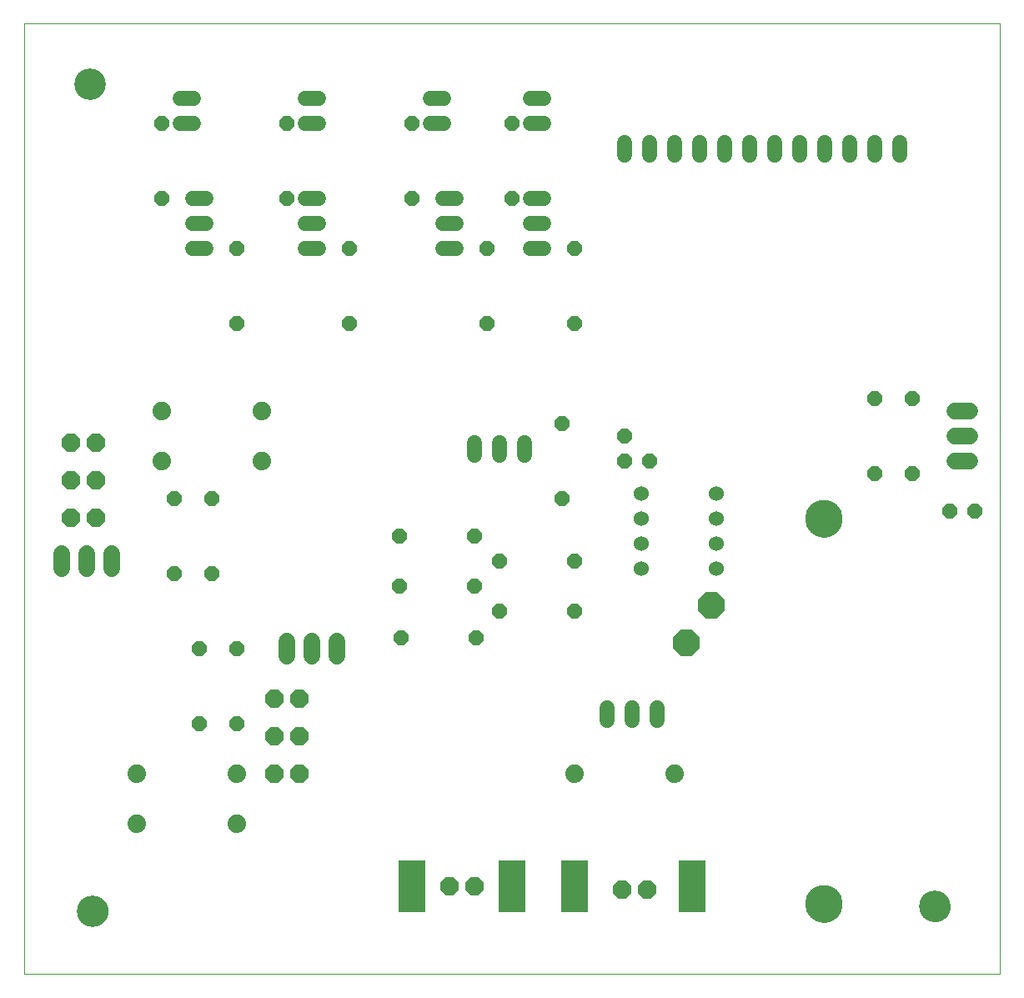
<source format=gts>
G75*
%MOIN*%
%OFA0B0*%
%FSLAX25Y25*%
%IPPOS*%
%LPD*%
%AMOC8*
5,1,8,0,0,1.08239X$1,22.5*
%
%ADD10C,0.00000*%
%ADD11OC8,0.06000*%
%ADD12OC8,0.07100*%
%ADD13C,0.06000*%
%ADD14C,0.07400*%
%ADD15C,0.06800*%
%ADD16R,0.10800X0.20800*%
%ADD17C,0.06000*%
%ADD18C,0.12611*%
%ADD19OC8,0.10800*%
%ADD20C,0.15000*%
D10*
X0001800Y0001800D02*
X0391800Y0001800D01*
X0391800Y0381800D01*
X0001800Y0381800D01*
X0001800Y0001800D01*
X0023294Y0027100D02*
X0023296Y0027253D01*
X0023302Y0027407D01*
X0023312Y0027560D01*
X0023326Y0027712D01*
X0023344Y0027865D01*
X0023366Y0028016D01*
X0023391Y0028167D01*
X0023421Y0028318D01*
X0023455Y0028468D01*
X0023492Y0028616D01*
X0023533Y0028764D01*
X0023578Y0028910D01*
X0023627Y0029056D01*
X0023680Y0029200D01*
X0023736Y0029342D01*
X0023796Y0029483D01*
X0023860Y0029623D01*
X0023927Y0029761D01*
X0023998Y0029897D01*
X0024073Y0030031D01*
X0024150Y0030163D01*
X0024232Y0030293D01*
X0024316Y0030421D01*
X0024404Y0030547D01*
X0024495Y0030670D01*
X0024589Y0030791D01*
X0024687Y0030909D01*
X0024787Y0031025D01*
X0024891Y0031138D01*
X0024997Y0031249D01*
X0025106Y0031357D01*
X0025218Y0031462D01*
X0025332Y0031563D01*
X0025450Y0031662D01*
X0025569Y0031758D01*
X0025691Y0031851D01*
X0025816Y0031940D01*
X0025943Y0032027D01*
X0026072Y0032109D01*
X0026203Y0032189D01*
X0026336Y0032265D01*
X0026471Y0032338D01*
X0026608Y0032407D01*
X0026747Y0032472D01*
X0026887Y0032534D01*
X0027029Y0032592D01*
X0027172Y0032647D01*
X0027317Y0032698D01*
X0027463Y0032745D01*
X0027610Y0032788D01*
X0027758Y0032827D01*
X0027907Y0032863D01*
X0028057Y0032894D01*
X0028208Y0032922D01*
X0028359Y0032946D01*
X0028512Y0032966D01*
X0028664Y0032982D01*
X0028817Y0032994D01*
X0028970Y0033002D01*
X0029123Y0033006D01*
X0029277Y0033006D01*
X0029430Y0033002D01*
X0029583Y0032994D01*
X0029736Y0032982D01*
X0029888Y0032966D01*
X0030041Y0032946D01*
X0030192Y0032922D01*
X0030343Y0032894D01*
X0030493Y0032863D01*
X0030642Y0032827D01*
X0030790Y0032788D01*
X0030937Y0032745D01*
X0031083Y0032698D01*
X0031228Y0032647D01*
X0031371Y0032592D01*
X0031513Y0032534D01*
X0031653Y0032472D01*
X0031792Y0032407D01*
X0031929Y0032338D01*
X0032064Y0032265D01*
X0032197Y0032189D01*
X0032328Y0032109D01*
X0032457Y0032027D01*
X0032584Y0031940D01*
X0032709Y0031851D01*
X0032831Y0031758D01*
X0032950Y0031662D01*
X0033068Y0031563D01*
X0033182Y0031462D01*
X0033294Y0031357D01*
X0033403Y0031249D01*
X0033509Y0031138D01*
X0033613Y0031025D01*
X0033713Y0030909D01*
X0033811Y0030791D01*
X0033905Y0030670D01*
X0033996Y0030547D01*
X0034084Y0030421D01*
X0034168Y0030293D01*
X0034250Y0030163D01*
X0034327Y0030031D01*
X0034402Y0029897D01*
X0034473Y0029761D01*
X0034540Y0029623D01*
X0034604Y0029483D01*
X0034664Y0029342D01*
X0034720Y0029200D01*
X0034773Y0029056D01*
X0034822Y0028910D01*
X0034867Y0028764D01*
X0034908Y0028616D01*
X0034945Y0028468D01*
X0034979Y0028318D01*
X0035009Y0028167D01*
X0035034Y0028016D01*
X0035056Y0027865D01*
X0035074Y0027712D01*
X0035088Y0027560D01*
X0035098Y0027407D01*
X0035104Y0027253D01*
X0035106Y0027100D01*
X0035104Y0026947D01*
X0035098Y0026793D01*
X0035088Y0026640D01*
X0035074Y0026488D01*
X0035056Y0026335D01*
X0035034Y0026184D01*
X0035009Y0026033D01*
X0034979Y0025882D01*
X0034945Y0025732D01*
X0034908Y0025584D01*
X0034867Y0025436D01*
X0034822Y0025290D01*
X0034773Y0025144D01*
X0034720Y0025000D01*
X0034664Y0024858D01*
X0034604Y0024717D01*
X0034540Y0024577D01*
X0034473Y0024439D01*
X0034402Y0024303D01*
X0034327Y0024169D01*
X0034250Y0024037D01*
X0034168Y0023907D01*
X0034084Y0023779D01*
X0033996Y0023653D01*
X0033905Y0023530D01*
X0033811Y0023409D01*
X0033713Y0023291D01*
X0033613Y0023175D01*
X0033509Y0023062D01*
X0033403Y0022951D01*
X0033294Y0022843D01*
X0033182Y0022738D01*
X0033068Y0022637D01*
X0032950Y0022538D01*
X0032831Y0022442D01*
X0032709Y0022349D01*
X0032584Y0022260D01*
X0032457Y0022173D01*
X0032328Y0022091D01*
X0032197Y0022011D01*
X0032064Y0021935D01*
X0031929Y0021862D01*
X0031792Y0021793D01*
X0031653Y0021728D01*
X0031513Y0021666D01*
X0031371Y0021608D01*
X0031228Y0021553D01*
X0031083Y0021502D01*
X0030937Y0021455D01*
X0030790Y0021412D01*
X0030642Y0021373D01*
X0030493Y0021337D01*
X0030343Y0021306D01*
X0030192Y0021278D01*
X0030041Y0021254D01*
X0029888Y0021234D01*
X0029736Y0021218D01*
X0029583Y0021206D01*
X0029430Y0021198D01*
X0029277Y0021194D01*
X0029123Y0021194D01*
X0028970Y0021198D01*
X0028817Y0021206D01*
X0028664Y0021218D01*
X0028512Y0021234D01*
X0028359Y0021254D01*
X0028208Y0021278D01*
X0028057Y0021306D01*
X0027907Y0021337D01*
X0027758Y0021373D01*
X0027610Y0021412D01*
X0027463Y0021455D01*
X0027317Y0021502D01*
X0027172Y0021553D01*
X0027029Y0021608D01*
X0026887Y0021666D01*
X0026747Y0021728D01*
X0026608Y0021793D01*
X0026471Y0021862D01*
X0026336Y0021935D01*
X0026203Y0022011D01*
X0026072Y0022091D01*
X0025943Y0022173D01*
X0025816Y0022260D01*
X0025691Y0022349D01*
X0025569Y0022442D01*
X0025450Y0022538D01*
X0025332Y0022637D01*
X0025218Y0022738D01*
X0025106Y0022843D01*
X0024997Y0022951D01*
X0024891Y0023062D01*
X0024787Y0023175D01*
X0024687Y0023291D01*
X0024589Y0023409D01*
X0024495Y0023530D01*
X0024404Y0023653D01*
X0024316Y0023779D01*
X0024232Y0023907D01*
X0024150Y0024037D01*
X0024073Y0024169D01*
X0023998Y0024303D01*
X0023927Y0024439D01*
X0023860Y0024577D01*
X0023796Y0024717D01*
X0023736Y0024858D01*
X0023680Y0025000D01*
X0023627Y0025144D01*
X0023578Y0025290D01*
X0023533Y0025436D01*
X0023492Y0025584D01*
X0023455Y0025732D01*
X0023421Y0025882D01*
X0023391Y0026033D01*
X0023366Y0026184D01*
X0023344Y0026335D01*
X0023326Y0026488D01*
X0023312Y0026640D01*
X0023302Y0026793D01*
X0023296Y0026947D01*
X0023294Y0027100D01*
X0314200Y0029800D02*
X0314202Y0029974D01*
X0314209Y0030148D01*
X0314219Y0030322D01*
X0314234Y0030496D01*
X0314253Y0030669D01*
X0314277Y0030842D01*
X0314305Y0031014D01*
X0314336Y0031185D01*
X0314373Y0031356D01*
X0314413Y0031525D01*
X0314457Y0031694D01*
X0314506Y0031861D01*
X0314558Y0032027D01*
X0314615Y0032192D01*
X0314676Y0032355D01*
X0314740Y0032517D01*
X0314809Y0032677D01*
X0314882Y0032836D01*
X0314958Y0032992D01*
X0315038Y0033147D01*
X0315122Y0033300D01*
X0315210Y0033450D01*
X0315302Y0033598D01*
X0315397Y0033745D01*
X0315495Y0033888D01*
X0315597Y0034029D01*
X0315703Y0034168D01*
X0315812Y0034304D01*
X0315924Y0034438D01*
X0316039Y0034568D01*
X0316158Y0034696D01*
X0316280Y0034820D01*
X0316404Y0034942D01*
X0316532Y0035061D01*
X0316662Y0035176D01*
X0316796Y0035288D01*
X0316932Y0035397D01*
X0317071Y0035503D01*
X0317212Y0035605D01*
X0317355Y0035703D01*
X0317502Y0035798D01*
X0317650Y0035890D01*
X0317800Y0035978D01*
X0317953Y0036062D01*
X0318108Y0036142D01*
X0318264Y0036218D01*
X0318423Y0036291D01*
X0318583Y0036360D01*
X0318745Y0036424D01*
X0318908Y0036485D01*
X0319073Y0036542D01*
X0319239Y0036594D01*
X0319406Y0036643D01*
X0319575Y0036687D01*
X0319744Y0036727D01*
X0319915Y0036764D01*
X0320086Y0036795D01*
X0320258Y0036823D01*
X0320431Y0036847D01*
X0320604Y0036866D01*
X0320778Y0036881D01*
X0320952Y0036891D01*
X0321126Y0036898D01*
X0321300Y0036900D01*
X0321474Y0036898D01*
X0321648Y0036891D01*
X0321822Y0036881D01*
X0321996Y0036866D01*
X0322169Y0036847D01*
X0322342Y0036823D01*
X0322514Y0036795D01*
X0322685Y0036764D01*
X0322856Y0036727D01*
X0323025Y0036687D01*
X0323194Y0036643D01*
X0323361Y0036594D01*
X0323527Y0036542D01*
X0323692Y0036485D01*
X0323855Y0036424D01*
X0324017Y0036360D01*
X0324177Y0036291D01*
X0324336Y0036218D01*
X0324492Y0036142D01*
X0324647Y0036062D01*
X0324800Y0035978D01*
X0324950Y0035890D01*
X0325098Y0035798D01*
X0325245Y0035703D01*
X0325388Y0035605D01*
X0325529Y0035503D01*
X0325668Y0035397D01*
X0325804Y0035288D01*
X0325938Y0035176D01*
X0326068Y0035061D01*
X0326196Y0034942D01*
X0326320Y0034820D01*
X0326442Y0034696D01*
X0326561Y0034568D01*
X0326676Y0034438D01*
X0326788Y0034304D01*
X0326897Y0034168D01*
X0327003Y0034029D01*
X0327105Y0033888D01*
X0327203Y0033745D01*
X0327298Y0033598D01*
X0327390Y0033450D01*
X0327478Y0033300D01*
X0327562Y0033147D01*
X0327642Y0032992D01*
X0327718Y0032836D01*
X0327791Y0032677D01*
X0327860Y0032517D01*
X0327924Y0032355D01*
X0327985Y0032192D01*
X0328042Y0032027D01*
X0328094Y0031861D01*
X0328143Y0031694D01*
X0328187Y0031525D01*
X0328227Y0031356D01*
X0328264Y0031185D01*
X0328295Y0031014D01*
X0328323Y0030842D01*
X0328347Y0030669D01*
X0328366Y0030496D01*
X0328381Y0030322D01*
X0328391Y0030148D01*
X0328398Y0029974D01*
X0328400Y0029800D01*
X0328398Y0029626D01*
X0328391Y0029452D01*
X0328381Y0029278D01*
X0328366Y0029104D01*
X0328347Y0028931D01*
X0328323Y0028758D01*
X0328295Y0028586D01*
X0328264Y0028415D01*
X0328227Y0028244D01*
X0328187Y0028075D01*
X0328143Y0027906D01*
X0328094Y0027739D01*
X0328042Y0027573D01*
X0327985Y0027408D01*
X0327924Y0027245D01*
X0327860Y0027083D01*
X0327791Y0026923D01*
X0327718Y0026764D01*
X0327642Y0026608D01*
X0327562Y0026453D01*
X0327478Y0026300D01*
X0327390Y0026150D01*
X0327298Y0026002D01*
X0327203Y0025855D01*
X0327105Y0025712D01*
X0327003Y0025571D01*
X0326897Y0025432D01*
X0326788Y0025296D01*
X0326676Y0025162D01*
X0326561Y0025032D01*
X0326442Y0024904D01*
X0326320Y0024780D01*
X0326196Y0024658D01*
X0326068Y0024539D01*
X0325938Y0024424D01*
X0325804Y0024312D01*
X0325668Y0024203D01*
X0325529Y0024097D01*
X0325388Y0023995D01*
X0325245Y0023897D01*
X0325098Y0023802D01*
X0324950Y0023710D01*
X0324800Y0023622D01*
X0324647Y0023538D01*
X0324492Y0023458D01*
X0324336Y0023382D01*
X0324177Y0023309D01*
X0324017Y0023240D01*
X0323855Y0023176D01*
X0323692Y0023115D01*
X0323527Y0023058D01*
X0323361Y0023006D01*
X0323194Y0022957D01*
X0323025Y0022913D01*
X0322856Y0022873D01*
X0322685Y0022836D01*
X0322514Y0022805D01*
X0322342Y0022777D01*
X0322169Y0022753D01*
X0321996Y0022734D01*
X0321822Y0022719D01*
X0321648Y0022709D01*
X0321474Y0022702D01*
X0321300Y0022700D01*
X0321126Y0022702D01*
X0320952Y0022709D01*
X0320778Y0022719D01*
X0320604Y0022734D01*
X0320431Y0022753D01*
X0320258Y0022777D01*
X0320086Y0022805D01*
X0319915Y0022836D01*
X0319744Y0022873D01*
X0319575Y0022913D01*
X0319406Y0022957D01*
X0319239Y0023006D01*
X0319073Y0023058D01*
X0318908Y0023115D01*
X0318745Y0023176D01*
X0318583Y0023240D01*
X0318423Y0023309D01*
X0318264Y0023382D01*
X0318108Y0023458D01*
X0317953Y0023538D01*
X0317800Y0023622D01*
X0317650Y0023710D01*
X0317502Y0023802D01*
X0317355Y0023897D01*
X0317212Y0023995D01*
X0317071Y0024097D01*
X0316932Y0024203D01*
X0316796Y0024312D01*
X0316662Y0024424D01*
X0316532Y0024539D01*
X0316404Y0024658D01*
X0316280Y0024780D01*
X0316158Y0024904D01*
X0316039Y0025032D01*
X0315924Y0025162D01*
X0315812Y0025296D01*
X0315703Y0025432D01*
X0315597Y0025571D01*
X0315495Y0025712D01*
X0315397Y0025855D01*
X0315302Y0026002D01*
X0315210Y0026150D01*
X0315122Y0026300D01*
X0315038Y0026453D01*
X0314958Y0026608D01*
X0314882Y0026764D01*
X0314809Y0026923D01*
X0314740Y0027083D01*
X0314676Y0027245D01*
X0314615Y0027408D01*
X0314558Y0027573D01*
X0314506Y0027739D01*
X0314457Y0027906D01*
X0314413Y0028075D01*
X0314373Y0028244D01*
X0314336Y0028415D01*
X0314305Y0028586D01*
X0314277Y0028758D01*
X0314253Y0028931D01*
X0314234Y0029104D01*
X0314219Y0029278D01*
X0314209Y0029452D01*
X0314202Y0029626D01*
X0314200Y0029800D01*
X0359894Y0028900D02*
X0359896Y0029053D01*
X0359902Y0029207D01*
X0359912Y0029360D01*
X0359926Y0029512D01*
X0359944Y0029665D01*
X0359966Y0029816D01*
X0359991Y0029967D01*
X0360021Y0030118D01*
X0360055Y0030268D01*
X0360092Y0030416D01*
X0360133Y0030564D01*
X0360178Y0030710D01*
X0360227Y0030856D01*
X0360280Y0031000D01*
X0360336Y0031142D01*
X0360396Y0031283D01*
X0360460Y0031423D01*
X0360527Y0031561D01*
X0360598Y0031697D01*
X0360673Y0031831D01*
X0360750Y0031963D01*
X0360832Y0032093D01*
X0360916Y0032221D01*
X0361004Y0032347D01*
X0361095Y0032470D01*
X0361189Y0032591D01*
X0361287Y0032709D01*
X0361387Y0032825D01*
X0361491Y0032938D01*
X0361597Y0033049D01*
X0361706Y0033157D01*
X0361818Y0033262D01*
X0361932Y0033363D01*
X0362050Y0033462D01*
X0362169Y0033558D01*
X0362291Y0033651D01*
X0362416Y0033740D01*
X0362543Y0033827D01*
X0362672Y0033909D01*
X0362803Y0033989D01*
X0362936Y0034065D01*
X0363071Y0034138D01*
X0363208Y0034207D01*
X0363347Y0034272D01*
X0363487Y0034334D01*
X0363629Y0034392D01*
X0363772Y0034447D01*
X0363917Y0034498D01*
X0364063Y0034545D01*
X0364210Y0034588D01*
X0364358Y0034627D01*
X0364507Y0034663D01*
X0364657Y0034694D01*
X0364808Y0034722D01*
X0364959Y0034746D01*
X0365112Y0034766D01*
X0365264Y0034782D01*
X0365417Y0034794D01*
X0365570Y0034802D01*
X0365723Y0034806D01*
X0365877Y0034806D01*
X0366030Y0034802D01*
X0366183Y0034794D01*
X0366336Y0034782D01*
X0366488Y0034766D01*
X0366641Y0034746D01*
X0366792Y0034722D01*
X0366943Y0034694D01*
X0367093Y0034663D01*
X0367242Y0034627D01*
X0367390Y0034588D01*
X0367537Y0034545D01*
X0367683Y0034498D01*
X0367828Y0034447D01*
X0367971Y0034392D01*
X0368113Y0034334D01*
X0368253Y0034272D01*
X0368392Y0034207D01*
X0368529Y0034138D01*
X0368664Y0034065D01*
X0368797Y0033989D01*
X0368928Y0033909D01*
X0369057Y0033827D01*
X0369184Y0033740D01*
X0369309Y0033651D01*
X0369431Y0033558D01*
X0369550Y0033462D01*
X0369668Y0033363D01*
X0369782Y0033262D01*
X0369894Y0033157D01*
X0370003Y0033049D01*
X0370109Y0032938D01*
X0370213Y0032825D01*
X0370313Y0032709D01*
X0370411Y0032591D01*
X0370505Y0032470D01*
X0370596Y0032347D01*
X0370684Y0032221D01*
X0370768Y0032093D01*
X0370850Y0031963D01*
X0370927Y0031831D01*
X0371002Y0031697D01*
X0371073Y0031561D01*
X0371140Y0031423D01*
X0371204Y0031283D01*
X0371264Y0031142D01*
X0371320Y0031000D01*
X0371373Y0030856D01*
X0371422Y0030710D01*
X0371467Y0030564D01*
X0371508Y0030416D01*
X0371545Y0030268D01*
X0371579Y0030118D01*
X0371609Y0029967D01*
X0371634Y0029816D01*
X0371656Y0029665D01*
X0371674Y0029512D01*
X0371688Y0029360D01*
X0371698Y0029207D01*
X0371704Y0029053D01*
X0371706Y0028900D01*
X0371704Y0028747D01*
X0371698Y0028593D01*
X0371688Y0028440D01*
X0371674Y0028288D01*
X0371656Y0028135D01*
X0371634Y0027984D01*
X0371609Y0027833D01*
X0371579Y0027682D01*
X0371545Y0027532D01*
X0371508Y0027384D01*
X0371467Y0027236D01*
X0371422Y0027090D01*
X0371373Y0026944D01*
X0371320Y0026800D01*
X0371264Y0026658D01*
X0371204Y0026517D01*
X0371140Y0026377D01*
X0371073Y0026239D01*
X0371002Y0026103D01*
X0370927Y0025969D01*
X0370850Y0025837D01*
X0370768Y0025707D01*
X0370684Y0025579D01*
X0370596Y0025453D01*
X0370505Y0025330D01*
X0370411Y0025209D01*
X0370313Y0025091D01*
X0370213Y0024975D01*
X0370109Y0024862D01*
X0370003Y0024751D01*
X0369894Y0024643D01*
X0369782Y0024538D01*
X0369668Y0024437D01*
X0369550Y0024338D01*
X0369431Y0024242D01*
X0369309Y0024149D01*
X0369184Y0024060D01*
X0369057Y0023973D01*
X0368928Y0023891D01*
X0368797Y0023811D01*
X0368664Y0023735D01*
X0368529Y0023662D01*
X0368392Y0023593D01*
X0368253Y0023528D01*
X0368113Y0023466D01*
X0367971Y0023408D01*
X0367828Y0023353D01*
X0367683Y0023302D01*
X0367537Y0023255D01*
X0367390Y0023212D01*
X0367242Y0023173D01*
X0367093Y0023137D01*
X0366943Y0023106D01*
X0366792Y0023078D01*
X0366641Y0023054D01*
X0366488Y0023034D01*
X0366336Y0023018D01*
X0366183Y0023006D01*
X0366030Y0022998D01*
X0365877Y0022994D01*
X0365723Y0022994D01*
X0365570Y0022998D01*
X0365417Y0023006D01*
X0365264Y0023018D01*
X0365112Y0023034D01*
X0364959Y0023054D01*
X0364808Y0023078D01*
X0364657Y0023106D01*
X0364507Y0023137D01*
X0364358Y0023173D01*
X0364210Y0023212D01*
X0364063Y0023255D01*
X0363917Y0023302D01*
X0363772Y0023353D01*
X0363629Y0023408D01*
X0363487Y0023466D01*
X0363347Y0023528D01*
X0363208Y0023593D01*
X0363071Y0023662D01*
X0362936Y0023735D01*
X0362803Y0023811D01*
X0362672Y0023891D01*
X0362543Y0023973D01*
X0362416Y0024060D01*
X0362291Y0024149D01*
X0362169Y0024242D01*
X0362050Y0024338D01*
X0361932Y0024437D01*
X0361818Y0024538D01*
X0361706Y0024643D01*
X0361597Y0024751D01*
X0361491Y0024862D01*
X0361387Y0024975D01*
X0361287Y0025091D01*
X0361189Y0025209D01*
X0361095Y0025330D01*
X0361004Y0025453D01*
X0360916Y0025579D01*
X0360832Y0025707D01*
X0360750Y0025837D01*
X0360673Y0025969D01*
X0360598Y0026103D01*
X0360527Y0026239D01*
X0360460Y0026377D01*
X0360396Y0026517D01*
X0360336Y0026658D01*
X0360280Y0026800D01*
X0360227Y0026944D01*
X0360178Y0027090D01*
X0360133Y0027236D01*
X0360092Y0027384D01*
X0360055Y0027532D01*
X0360021Y0027682D01*
X0359991Y0027833D01*
X0359966Y0027984D01*
X0359944Y0028135D01*
X0359926Y0028288D01*
X0359912Y0028440D01*
X0359902Y0028593D01*
X0359896Y0028747D01*
X0359894Y0028900D01*
X0314200Y0183800D02*
X0314202Y0183974D01*
X0314209Y0184148D01*
X0314219Y0184322D01*
X0314234Y0184496D01*
X0314253Y0184669D01*
X0314277Y0184842D01*
X0314305Y0185014D01*
X0314336Y0185185D01*
X0314373Y0185356D01*
X0314413Y0185525D01*
X0314457Y0185694D01*
X0314506Y0185861D01*
X0314558Y0186027D01*
X0314615Y0186192D01*
X0314676Y0186355D01*
X0314740Y0186517D01*
X0314809Y0186677D01*
X0314882Y0186836D01*
X0314958Y0186992D01*
X0315038Y0187147D01*
X0315122Y0187300D01*
X0315210Y0187450D01*
X0315302Y0187598D01*
X0315397Y0187745D01*
X0315495Y0187888D01*
X0315597Y0188029D01*
X0315703Y0188168D01*
X0315812Y0188304D01*
X0315924Y0188438D01*
X0316039Y0188568D01*
X0316158Y0188696D01*
X0316280Y0188820D01*
X0316404Y0188942D01*
X0316532Y0189061D01*
X0316662Y0189176D01*
X0316796Y0189288D01*
X0316932Y0189397D01*
X0317071Y0189503D01*
X0317212Y0189605D01*
X0317355Y0189703D01*
X0317502Y0189798D01*
X0317650Y0189890D01*
X0317800Y0189978D01*
X0317953Y0190062D01*
X0318108Y0190142D01*
X0318264Y0190218D01*
X0318423Y0190291D01*
X0318583Y0190360D01*
X0318745Y0190424D01*
X0318908Y0190485D01*
X0319073Y0190542D01*
X0319239Y0190594D01*
X0319406Y0190643D01*
X0319575Y0190687D01*
X0319744Y0190727D01*
X0319915Y0190764D01*
X0320086Y0190795D01*
X0320258Y0190823D01*
X0320431Y0190847D01*
X0320604Y0190866D01*
X0320778Y0190881D01*
X0320952Y0190891D01*
X0321126Y0190898D01*
X0321300Y0190900D01*
X0321474Y0190898D01*
X0321648Y0190891D01*
X0321822Y0190881D01*
X0321996Y0190866D01*
X0322169Y0190847D01*
X0322342Y0190823D01*
X0322514Y0190795D01*
X0322685Y0190764D01*
X0322856Y0190727D01*
X0323025Y0190687D01*
X0323194Y0190643D01*
X0323361Y0190594D01*
X0323527Y0190542D01*
X0323692Y0190485D01*
X0323855Y0190424D01*
X0324017Y0190360D01*
X0324177Y0190291D01*
X0324336Y0190218D01*
X0324492Y0190142D01*
X0324647Y0190062D01*
X0324800Y0189978D01*
X0324950Y0189890D01*
X0325098Y0189798D01*
X0325245Y0189703D01*
X0325388Y0189605D01*
X0325529Y0189503D01*
X0325668Y0189397D01*
X0325804Y0189288D01*
X0325938Y0189176D01*
X0326068Y0189061D01*
X0326196Y0188942D01*
X0326320Y0188820D01*
X0326442Y0188696D01*
X0326561Y0188568D01*
X0326676Y0188438D01*
X0326788Y0188304D01*
X0326897Y0188168D01*
X0327003Y0188029D01*
X0327105Y0187888D01*
X0327203Y0187745D01*
X0327298Y0187598D01*
X0327390Y0187450D01*
X0327478Y0187300D01*
X0327562Y0187147D01*
X0327642Y0186992D01*
X0327718Y0186836D01*
X0327791Y0186677D01*
X0327860Y0186517D01*
X0327924Y0186355D01*
X0327985Y0186192D01*
X0328042Y0186027D01*
X0328094Y0185861D01*
X0328143Y0185694D01*
X0328187Y0185525D01*
X0328227Y0185356D01*
X0328264Y0185185D01*
X0328295Y0185014D01*
X0328323Y0184842D01*
X0328347Y0184669D01*
X0328366Y0184496D01*
X0328381Y0184322D01*
X0328391Y0184148D01*
X0328398Y0183974D01*
X0328400Y0183800D01*
X0328398Y0183626D01*
X0328391Y0183452D01*
X0328381Y0183278D01*
X0328366Y0183104D01*
X0328347Y0182931D01*
X0328323Y0182758D01*
X0328295Y0182586D01*
X0328264Y0182415D01*
X0328227Y0182244D01*
X0328187Y0182075D01*
X0328143Y0181906D01*
X0328094Y0181739D01*
X0328042Y0181573D01*
X0327985Y0181408D01*
X0327924Y0181245D01*
X0327860Y0181083D01*
X0327791Y0180923D01*
X0327718Y0180764D01*
X0327642Y0180608D01*
X0327562Y0180453D01*
X0327478Y0180300D01*
X0327390Y0180150D01*
X0327298Y0180002D01*
X0327203Y0179855D01*
X0327105Y0179712D01*
X0327003Y0179571D01*
X0326897Y0179432D01*
X0326788Y0179296D01*
X0326676Y0179162D01*
X0326561Y0179032D01*
X0326442Y0178904D01*
X0326320Y0178780D01*
X0326196Y0178658D01*
X0326068Y0178539D01*
X0325938Y0178424D01*
X0325804Y0178312D01*
X0325668Y0178203D01*
X0325529Y0178097D01*
X0325388Y0177995D01*
X0325245Y0177897D01*
X0325098Y0177802D01*
X0324950Y0177710D01*
X0324800Y0177622D01*
X0324647Y0177538D01*
X0324492Y0177458D01*
X0324336Y0177382D01*
X0324177Y0177309D01*
X0324017Y0177240D01*
X0323855Y0177176D01*
X0323692Y0177115D01*
X0323527Y0177058D01*
X0323361Y0177006D01*
X0323194Y0176957D01*
X0323025Y0176913D01*
X0322856Y0176873D01*
X0322685Y0176836D01*
X0322514Y0176805D01*
X0322342Y0176777D01*
X0322169Y0176753D01*
X0321996Y0176734D01*
X0321822Y0176719D01*
X0321648Y0176709D01*
X0321474Y0176702D01*
X0321300Y0176700D01*
X0321126Y0176702D01*
X0320952Y0176709D01*
X0320778Y0176719D01*
X0320604Y0176734D01*
X0320431Y0176753D01*
X0320258Y0176777D01*
X0320086Y0176805D01*
X0319915Y0176836D01*
X0319744Y0176873D01*
X0319575Y0176913D01*
X0319406Y0176957D01*
X0319239Y0177006D01*
X0319073Y0177058D01*
X0318908Y0177115D01*
X0318745Y0177176D01*
X0318583Y0177240D01*
X0318423Y0177309D01*
X0318264Y0177382D01*
X0318108Y0177458D01*
X0317953Y0177538D01*
X0317800Y0177622D01*
X0317650Y0177710D01*
X0317502Y0177802D01*
X0317355Y0177897D01*
X0317212Y0177995D01*
X0317071Y0178097D01*
X0316932Y0178203D01*
X0316796Y0178312D01*
X0316662Y0178424D01*
X0316532Y0178539D01*
X0316404Y0178658D01*
X0316280Y0178780D01*
X0316158Y0178904D01*
X0316039Y0179032D01*
X0315924Y0179162D01*
X0315812Y0179296D01*
X0315703Y0179432D01*
X0315597Y0179571D01*
X0315495Y0179712D01*
X0315397Y0179855D01*
X0315302Y0180002D01*
X0315210Y0180150D01*
X0315122Y0180300D01*
X0315038Y0180453D01*
X0314958Y0180608D01*
X0314882Y0180764D01*
X0314809Y0180923D01*
X0314740Y0181083D01*
X0314676Y0181245D01*
X0314615Y0181408D01*
X0314558Y0181573D01*
X0314506Y0181739D01*
X0314457Y0181906D01*
X0314413Y0182075D01*
X0314373Y0182244D01*
X0314336Y0182415D01*
X0314305Y0182586D01*
X0314277Y0182758D01*
X0314253Y0182931D01*
X0314234Y0183104D01*
X0314219Y0183278D01*
X0314209Y0183452D01*
X0314202Y0183626D01*
X0314200Y0183800D01*
X0022094Y0357650D02*
X0022096Y0357803D01*
X0022102Y0357957D01*
X0022112Y0358110D01*
X0022126Y0358262D01*
X0022144Y0358415D01*
X0022166Y0358566D01*
X0022191Y0358717D01*
X0022221Y0358868D01*
X0022255Y0359018D01*
X0022292Y0359166D01*
X0022333Y0359314D01*
X0022378Y0359460D01*
X0022427Y0359606D01*
X0022480Y0359750D01*
X0022536Y0359892D01*
X0022596Y0360033D01*
X0022660Y0360173D01*
X0022727Y0360311D01*
X0022798Y0360447D01*
X0022873Y0360581D01*
X0022950Y0360713D01*
X0023032Y0360843D01*
X0023116Y0360971D01*
X0023204Y0361097D01*
X0023295Y0361220D01*
X0023389Y0361341D01*
X0023487Y0361459D01*
X0023587Y0361575D01*
X0023691Y0361688D01*
X0023797Y0361799D01*
X0023906Y0361907D01*
X0024018Y0362012D01*
X0024132Y0362113D01*
X0024250Y0362212D01*
X0024369Y0362308D01*
X0024491Y0362401D01*
X0024616Y0362490D01*
X0024743Y0362577D01*
X0024872Y0362659D01*
X0025003Y0362739D01*
X0025136Y0362815D01*
X0025271Y0362888D01*
X0025408Y0362957D01*
X0025547Y0363022D01*
X0025687Y0363084D01*
X0025829Y0363142D01*
X0025972Y0363197D01*
X0026117Y0363248D01*
X0026263Y0363295D01*
X0026410Y0363338D01*
X0026558Y0363377D01*
X0026707Y0363413D01*
X0026857Y0363444D01*
X0027008Y0363472D01*
X0027159Y0363496D01*
X0027312Y0363516D01*
X0027464Y0363532D01*
X0027617Y0363544D01*
X0027770Y0363552D01*
X0027923Y0363556D01*
X0028077Y0363556D01*
X0028230Y0363552D01*
X0028383Y0363544D01*
X0028536Y0363532D01*
X0028688Y0363516D01*
X0028841Y0363496D01*
X0028992Y0363472D01*
X0029143Y0363444D01*
X0029293Y0363413D01*
X0029442Y0363377D01*
X0029590Y0363338D01*
X0029737Y0363295D01*
X0029883Y0363248D01*
X0030028Y0363197D01*
X0030171Y0363142D01*
X0030313Y0363084D01*
X0030453Y0363022D01*
X0030592Y0362957D01*
X0030729Y0362888D01*
X0030864Y0362815D01*
X0030997Y0362739D01*
X0031128Y0362659D01*
X0031257Y0362577D01*
X0031384Y0362490D01*
X0031509Y0362401D01*
X0031631Y0362308D01*
X0031750Y0362212D01*
X0031868Y0362113D01*
X0031982Y0362012D01*
X0032094Y0361907D01*
X0032203Y0361799D01*
X0032309Y0361688D01*
X0032413Y0361575D01*
X0032513Y0361459D01*
X0032611Y0361341D01*
X0032705Y0361220D01*
X0032796Y0361097D01*
X0032884Y0360971D01*
X0032968Y0360843D01*
X0033050Y0360713D01*
X0033127Y0360581D01*
X0033202Y0360447D01*
X0033273Y0360311D01*
X0033340Y0360173D01*
X0033404Y0360033D01*
X0033464Y0359892D01*
X0033520Y0359750D01*
X0033573Y0359606D01*
X0033622Y0359460D01*
X0033667Y0359314D01*
X0033708Y0359166D01*
X0033745Y0359018D01*
X0033779Y0358868D01*
X0033809Y0358717D01*
X0033834Y0358566D01*
X0033856Y0358415D01*
X0033874Y0358262D01*
X0033888Y0358110D01*
X0033898Y0357957D01*
X0033904Y0357803D01*
X0033906Y0357650D01*
X0033904Y0357497D01*
X0033898Y0357343D01*
X0033888Y0357190D01*
X0033874Y0357038D01*
X0033856Y0356885D01*
X0033834Y0356734D01*
X0033809Y0356583D01*
X0033779Y0356432D01*
X0033745Y0356282D01*
X0033708Y0356134D01*
X0033667Y0355986D01*
X0033622Y0355840D01*
X0033573Y0355694D01*
X0033520Y0355550D01*
X0033464Y0355408D01*
X0033404Y0355267D01*
X0033340Y0355127D01*
X0033273Y0354989D01*
X0033202Y0354853D01*
X0033127Y0354719D01*
X0033050Y0354587D01*
X0032968Y0354457D01*
X0032884Y0354329D01*
X0032796Y0354203D01*
X0032705Y0354080D01*
X0032611Y0353959D01*
X0032513Y0353841D01*
X0032413Y0353725D01*
X0032309Y0353612D01*
X0032203Y0353501D01*
X0032094Y0353393D01*
X0031982Y0353288D01*
X0031868Y0353187D01*
X0031750Y0353088D01*
X0031631Y0352992D01*
X0031509Y0352899D01*
X0031384Y0352810D01*
X0031257Y0352723D01*
X0031128Y0352641D01*
X0030997Y0352561D01*
X0030864Y0352485D01*
X0030729Y0352412D01*
X0030592Y0352343D01*
X0030453Y0352278D01*
X0030313Y0352216D01*
X0030171Y0352158D01*
X0030028Y0352103D01*
X0029883Y0352052D01*
X0029737Y0352005D01*
X0029590Y0351962D01*
X0029442Y0351923D01*
X0029293Y0351887D01*
X0029143Y0351856D01*
X0028992Y0351828D01*
X0028841Y0351804D01*
X0028688Y0351784D01*
X0028536Y0351768D01*
X0028383Y0351756D01*
X0028230Y0351748D01*
X0028077Y0351744D01*
X0027923Y0351744D01*
X0027770Y0351748D01*
X0027617Y0351756D01*
X0027464Y0351768D01*
X0027312Y0351784D01*
X0027159Y0351804D01*
X0027008Y0351828D01*
X0026857Y0351856D01*
X0026707Y0351887D01*
X0026558Y0351923D01*
X0026410Y0351962D01*
X0026263Y0352005D01*
X0026117Y0352052D01*
X0025972Y0352103D01*
X0025829Y0352158D01*
X0025687Y0352216D01*
X0025547Y0352278D01*
X0025408Y0352343D01*
X0025271Y0352412D01*
X0025136Y0352485D01*
X0025003Y0352561D01*
X0024872Y0352641D01*
X0024743Y0352723D01*
X0024616Y0352810D01*
X0024491Y0352899D01*
X0024369Y0352992D01*
X0024250Y0353088D01*
X0024132Y0353187D01*
X0024018Y0353288D01*
X0023906Y0353393D01*
X0023797Y0353501D01*
X0023691Y0353612D01*
X0023587Y0353725D01*
X0023487Y0353841D01*
X0023389Y0353959D01*
X0023295Y0354080D01*
X0023204Y0354203D01*
X0023116Y0354329D01*
X0023032Y0354457D01*
X0022950Y0354587D01*
X0022873Y0354719D01*
X0022798Y0354853D01*
X0022727Y0354989D01*
X0022660Y0355127D01*
X0022596Y0355267D01*
X0022536Y0355408D01*
X0022480Y0355550D01*
X0022427Y0355694D01*
X0022378Y0355840D01*
X0022333Y0355986D01*
X0022292Y0356134D01*
X0022255Y0356282D01*
X0022221Y0356432D01*
X0022191Y0356583D01*
X0022166Y0356734D01*
X0022144Y0356885D01*
X0022126Y0357038D01*
X0022112Y0357190D01*
X0022102Y0357343D01*
X0022096Y0357497D01*
X0022094Y0357650D01*
D11*
X0056800Y0341800D03*
X0056800Y0311800D03*
X0086800Y0291800D03*
X0106800Y0311800D03*
X0131800Y0291800D03*
X0156800Y0311800D03*
X0156800Y0341800D03*
X0196800Y0341800D03*
X0196800Y0311800D03*
X0186800Y0291800D03*
X0186800Y0261800D03*
X0221800Y0261800D03*
X0221800Y0291800D03*
X0216800Y0221800D03*
X0241800Y0216800D03*
X0241800Y0206800D03*
X0251800Y0206800D03*
X0216800Y0191800D03*
X0221800Y0166800D03*
X0221800Y0146800D03*
X0191800Y0146800D03*
X0181800Y0156800D03*
X0191800Y0166800D03*
X0181800Y0176800D03*
X0151800Y0176800D03*
X0151800Y0156800D03*
X0152300Y0136300D03*
X0182300Y0136300D03*
X0086800Y0131800D03*
X0071800Y0131800D03*
X0071800Y0101800D03*
X0086800Y0101800D03*
X0076800Y0161800D03*
X0061800Y0161800D03*
X0061800Y0191800D03*
X0076800Y0191800D03*
X0086800Y0261800D03*
X0131800Y0261800D03*
X0106800Y0341800D03*
X0341800Y0231800D03*
X0356800Y0231800D03*
X0356800Y0201800D03*
X0341800Y0201800D03*
X0371800Y0186800D03*
X0381800Y0186800D03*
D12*
X0250550Y0035550D03*
X0240550Y0035550D03*
X0181800Y0036800D03*
X0171800Y0036800D03*
X0111800Y0081800D03*
X0101800Y0081800D03*
X0101800Y0096800D03*
X0111800Y0096800D03*
X0111800Y0111800D03*
X0101800Y0111800D03*
X0030300Y0184300D03*
X0020300Y0184300D03*
X0020300Y0199300D03*
X0030300Y0199300D03*
X0030300Y0214300D03*
X0020300Y0214300D03*
D13*
X0069200Y0291800D02*
X0074400Y0291800D01*
X0074400Y0301800D02*
X0069200Y0301800D01*
X0069200Y0311800D02*
X0074400Y0311800D01*
X0069400Y0341800D02*
X0064200Y0341800D01*
X0064200Y0351800D02*
X0069400Y0351800D01*
X0114200Y0351800D02*
X0119400Y0351800D01*
X0119400Y0341800D02*
X0114200Y0341800D01*
X0114200Y0311800D02*
X0119400Y0311800D01*
X0119400Y0301800D02*
X0114200Y0301800D01*
X0114200Y0291800D02*
X0119400Y0291800D01*
X0169200Y0291800D02*
X0174400Y0291800D01*
X0174400Y0301800D02*
X0169200Y0301800D01*
X0169200Y0311800D02*
X0174400Y0311800D01*
X0204200Y0311800D02*
X0209400Y0311800D01*
X0209400Y0301800D02*
X0204200Y0301800D01*
X0204200Y0291800D02*
X0209400Y0291800D01*
X0241600Y0329200D02*
X0241600Y0334400D01*
X0251600Y0334400D02*
X0251600Y0329200D01*
X0261600Y0329200D02*
X0261600Y0334400D01*
X0271600Y0334400D02*
X0271600Y0329200D01*
X0281600Y0329200D02*
X0281600Y0334400D01*
X0291600Y0334400D02*
X0291600Y0329200D01*
X0301600Y0329200D02*
X0301600Y0334400D01*
X0311600Y0334400D02*
X0311600Y0329200D01*
X0321600Y0329200D02*
X0321600Y0334400D01*
X0331600Y0334400D02*
X0331600Y0329200D01*
X0341600Y0329200D02*
X0341600Y0334400D01*
X0351600Y0334400D02*
X0351600Y0329200D01*
X0209400Y0341800D02*
X0204200Y0341800D01*
X0204200Y0351800D02*
X0209400Y0351800D01*
X0169400Y0351800D02*
X0164200Y0351800D01*
X0164200Y0341800D02*
X0169400Y0341800D01*
X0181800Y0214400D02*
X0181800Y0209200D01*
X0191800Y0209200D02*
X0191800Y0214400D01*
X0201800Y0214400D02*
X0201800Y0209200D01*
X0234800Y0108400D02*
X0234800Y0103200D01*
X0244800Y0103200D02*
X0244800Y0108400D01*
X0254800Y0108400D02*
X0254800Y0103200D01*
D14*
X0261800Y0081800D03*
X0221800Y0081800D03*
X0096800Y0206800D03*
X0096800Y0226800D03*
X0056800Y0226800D03*
X0056800Y0206800D03*
X0046800Y0081800D03*
X0046800Y0061800D03*
X0086800Y0061800D03*
X0086800Y0081800D03*
D15*
X0106800Y0128800D02*
X0106800Y0134800D01*
X0116800Y0134800D02*
X0116800Y0128800D01*
X0126800Y0128800D02*
X0126800Y0134800D01*
X0036800Y0163800D02*
X0036800Y0169800D01*
X0026800Y0169800D02*
X0026800Y0163800D01*
X0016800Y0163800D02*
X0016800Y0169800D01*
X0373800Y0206800D02*
X0379800Y0206800D01*
X0379800Y0216800D02*
X0373800Y0216800D01*
X0373800Y0226800D02*
X0379800Y0226800D01*
D16*
X0268800Y0036800D03*
X0221800Y0036800D03*
X0196800Y0036800D03*
X0156800Y0036800D03*
D17*
X0248400Y0163800D03*
X0248400Y0173800D03*
X0248400Y0183800D03*
X0248400Y0193800D03*
X0278400Y0193800D03*
X0278400Y0183800D03*
X0278400Y0173800D03*
X0278400Y0163800D03*
D18*
X0365800Y0028900D03*
X0029200Y0027100D03*
X0028000Y0357650D03*
D19*
X0266300Y0134200D03*
X0276300Y0149400D03*
D20*
X0321300Y0183800D03*
X0321300Y0029800D03*
M02*

</source>
